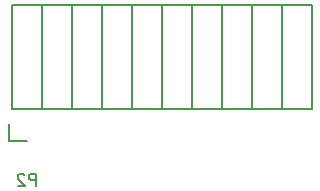
<source format=gbr>
G04 #@! TF.FileFunction,Legend,Bot*
%FSLAX46Y46*%
G04 Gerber Fmt 4.6, Leading zero omitted, Abs format (unit mm)*
G04 Created by KiCad (PCBNEW (2015-04-09 BZR 5589)-product) date Monday, June 29, 2015 'PMt' 04:43:36 PM*
%MOMM*%
G01*
G04 APERTURE LIST*
%ADD10C,0.100000*%
%ADD11C,0.150000*%
G04 APERTURE END LIST*
D10*
D11*
X172402500Y-104962000D02*
X172402500Y-113792000D01*
X169862500Y-104962000D02*
X172402500Y-104962000D01*
X169862500Y-113792000D02*
X172402500Y-113792000D01*
X172402500Y-113792000D02*
X174942500Y-113792000D01*
X172402500Y-104962000D02*
X174942500Y-104962000D01*
X174942500Y-104962000D02*
X174942500Y-113792000D01*
X177482500Y-104962000D02*
X177482500Y-113792000D01*
X174942500Y-104962000D02*
X177482500Y-104962000D01*
X174942500Y-113792000D02*
X177482500Y-113792000D01*
X177482500Y-113792000D02*
X180022500Y-113792000D01*
X177482500Y-104962000D02*
X180022500Y-104962000D01*
X180022500Y-104962000D02*
X180022500Y-113792000D01*
X169862500Y-104962000D02*
X169862500Y-113792000D01*
X167322500Y-104962000D02*
X169862500Y-104962000D01*
X167322500Y-113792000D02*
X169862500Y-113792000D01*
X164782500Y-113792000D02*
X167322500Y-113792000D01*
X164782500Y-104962000D02*
X167322500Y-104962000D01*
X167322500Y-104962000D02*
X167322500Y-113792000D01*
X164782500Y-104962000D02*
X164782500Y-113792000D01*
X162242500Y-104962000D02*
X164782500Y-104962000D01*
X162242500Y-113792000D02*
X164782500Y-113792000D01*
X159702500Y-113792000D02*
X162242500Y-113792000D01*
X159702500Y-104962000D02*
X162242500Y-104962000D01*
X162242500Y-104962000D02*
X162242500Y-113792000D01*
X159702500Y-104962000D02*
X159702500Y-113792000D01*
X157162500Y-104962000D02*
X159702500Y-104962000D01*
X157162500Y-113792000D02*
X157162500Y-104962000D01*
X157162500Y-113792000D02*
X159702500Y-113792000D01*
X154622500Y-113792000D02*
X157162500Y-113792000D01*
X155892500Y-116462000D02*
X154342500Y-116462000D01*
X154342500Y-116462000D02*
X154342500Y-115062000D01*
X154622500Y-113792000D02*
X154622500Y-104962000D01*
X154622500Y-104962000D02*
X157162500Y-104962000D01*
X157162500Y-104962000D02*
X157162500Y-113792000D01*
X156630595Y-120264381D02*
X156630595Y-119264381D01*
X156249642Y-119264381D01*
X156154404Y-119312000D01*
X156106785Y-119359619D01*
X156059166Y-119454857D01*
X156059166Y-119597714D01*
X156106785Y-119692952D01*
X156154404Y-119740571D01*
X156249642Y-119788190D01*
X156630595Y-119788190D01*
X155678214Y-119359619D02*
X155630595Y-119312000D01*
X155535357Y-119264381D01*
X155297261Y-119264381D01*
X155202023Y-119312000D01*
X155154404Y-119359619D01*
X155106785Y-119454857D01*
X155106785Y-119550095D01*
X155154404Y-119692952D01*
X155725833Y-120264381D01*
X155106785Y-120264381D01*
M02*

</source>
